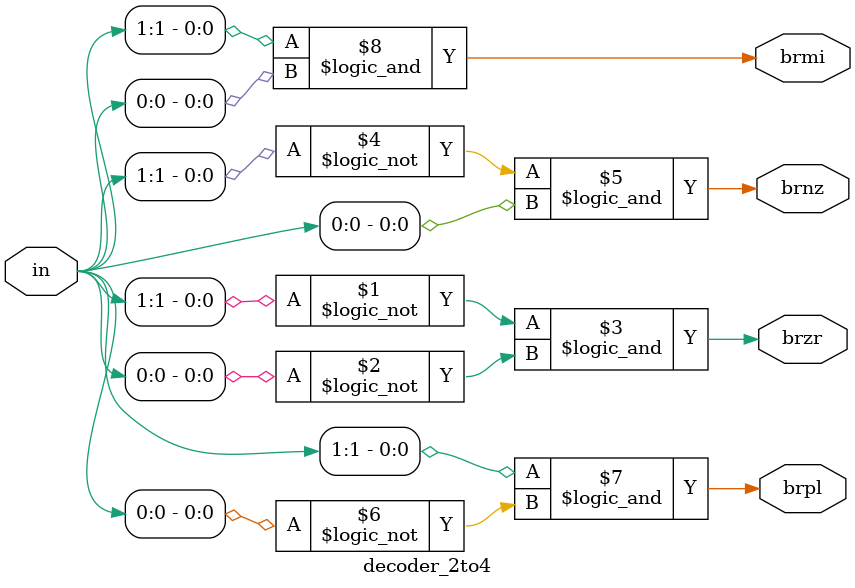
<source format=v>
module decoder_2to4 (output brzr, brnz, brpl, brmi, input [1:0] in);

	assign brzr = (!in[1]) && (!in[0]);
	assign brnz = (!in[1]) && (in[0]);
	assign brpl = (in[1]) && (!in[0]);	
	assign brmi = (in[1]) && (in[0]);

endmodule

</source>
